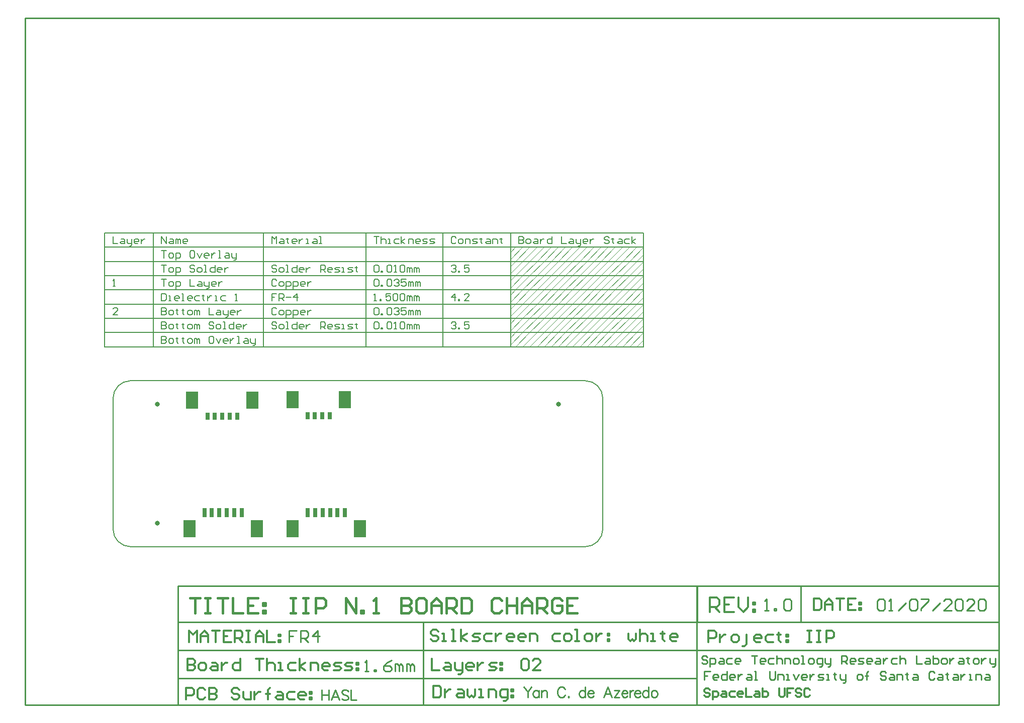
<source format=gbp>
G04*
G04 #@! TF.GenerationSoftware,Altium Limited,Altium Designer,20.2.6 (244)*
G04*
G04 Layer_Color=128*
%FSLAX25Y25*%
%MOIN*%
G70*
G04*
G04 #@! TF.SameCoordinates,3E3B523F-315C-4B3F-A4B6-921EA6806A06*
G04*
G04*
G04 #@! TF.FilePolarity,Positive*
G04*
G01*
G75*
%ADD10C,0.00787*%
%ADD11C,0.01000*%
%ADD14C,0.00100*%
%ADD15C,0.01299*%
%ADD16C,0.01378*%
%ADD17C,0.01575*%
%ADD18C,0.03200*%
%ADD31R,0.03150X0.06299*%
%ADD32R,0.08268X0.11811*%
%ADD33R,0.03150X0.05118*%
D10*
X324803Y98418D02*
G03*
X312985Y110236I-11818J0D01*
G01*
X313050Y0D02*
G03*
X324803Y11754I0J11754D01*
G01*
X0Y11663D02*
G03*
X11663Y0I11663J0D01*
G01*
X11793Y110236D02*
G03*
X0Y98443I0J-11793D01*
G01*
X12696Y110236D02*
X312985D01*
X324803Y11754D02*
Y98418D01*
X11663Y0D02*
X313050D01*
X0Y11663D02*
Y25591D01*
Y92520D01*
X11793Y110236D02*
X12696D01*
X0Y92520D02*
Y98443D01*
X-5607Y198819D02*
X351780D01*
X-5607Y208268D02*
X351780D01*
X-5607Y132677D02*
Y208268D01*
Y132677D02*
X26670D01*
X-5607Y142126D02*
X26670D01*
X-5607Y151575D02*
X26670D01*
X-5607Y161024D02*
X26670D01*
X-5607Y170473D02*
X26670D01*
X-5607Y179921D02*
X26670D01*
X-5607Y189370D02*
X26670D01*
Y132677D02*
Y208268D01*
Y132677D02*
X99878D01*
X26670Y142126D02*
X99878D01*
X26670Y151575D02*
X99878D01*
X26670Y161024D02*
X99878D01*
X26670Y170473D02*
X99878D01*
X26670Y179921D02*
X99878D01*
X26670Y189370D02*
X99878D01*
Y132677D02*
Y208268D01*
Y132677D02*
X167577D01*
X99878Y142126D02*
X167577D01*
X99878Y151575D02*
X167577D01*
X99878Y161024D02*
X167577D01*
X99878Y170473D02*
X167577D01*
X99878Y179921D02*
X167577D01*
X99878Y189370D02*
X167577D01*
Y132677D02*
Y208268D01*
Y132677D02*
X218745D01*
X167577Y142126D02*
X218745D01*
X167577Y151575D02*
X218745D01*
X167577Y161024D02*
X218745D01*
X167577Y170473D02*
X218745D01*
X167577Y179921D02*
X218745D01*
X167577Y189370D02*
X218745D01*
Y132677D02*
Y208268D01*
Y132677D02*
X263615D01*
X218745Y142126D02*
X263615D01*
X218745Y151575D02*
X263615D01*
X218745Y161024D02*
X263615D01*
X218745Y170473D02*
X263615D01*
X218745Y179921D02*
X263615D01*
X218745Y189370D02*
X263615D01*
Y132677D02*
Y208268D01*
Y132677D02*
X351780D01*
X263615Y142126D02*
X351780D01*
X263615Y151575D02*
X351780D01*
X263615Y161024D02*
X351780D01*
X263615Y170473D02*
X351780D01*
X263615Y179921D02*
X351780D01*
X263615Y189370D02*
X351780D01*
Y132677D02*
Y208268D01*
X-95Y205904D02*
Y201181D01*
X3054D01*
X5415Y204330D02*
X6990D01*
X7777Y203542D01*
Y201181D01*
X5415D01*
X4628Y201968D01*
X5415Y202755D01*
X7777D01*
X9351Y204330D02*
Y201968D01*
X10138Y201181D01*
X12500D01*
Y200394D01*
X11712Y199607D01*
X10925D01*
X12500Y201181D02*
Y204330D01*
X16435Y201181D02*
X14861D01*
X14074Y201968D01*
Y203542D01*
X14861Y204330D01*
X16435D01*
X17222Y203542D01*
Y202755D01*
X14074D01*
X18797Y204330D02*
Y201181D01*
Y202755D01*
X19584Y203542D01*
X20371Y204330D01*
X21158D01*
X3054Y153937D02*
X-95D01*
X3054Y157086D01*
Y157873D01*
X2267Y158660D01*
X692D01*
X-95Y157873D01*
Y172835D02*
X1480D01*
X692D01*
Y177558D01*
X-95Y176770D01*
X32182Y201181D02*
Y205904D01*
X35331Y201181D01*
Y205904D01*
X37692Y204330D02*
X39266D01*
X40053Y203542D01*
Y201181D01*
X37692D01*
X36905Y201968D01*
X37692Y202755D01*
X40053D01*
X41628Y201181D02*
Y204330D01*
X42415D01*
X43202Y203542D01*
Y201181D01*
Y203542D01*
X43989Y204330D01*
X44776Y203542D01*
Y201181D01*
X48712D02*
X47138D01*
X46350Y201968D01*
Y203542D01*
X47138Y204330D01*
X48712D01*
X49499Y203542D01*
Y202755D01*
X46350D01*
X32182Y139762D02*
Y135039D01*
X34543D01*
X35331Y135827D01*
Y136614D01*
X34543Y137401D01*
X32182D01*
X34543D01*
X35331Y138188D01*
Y138975D01*
X34543Y139762D01*
X32182D01*
X37692Y135039D02*
X39266D01*
X40053Y135827D01*
Y137401D01*
X39266Y138188D01*
X37692D01*
X36905Y137401D01*
Y135827D01*
X37692Y135039D01*
X42415Y138975D02*
Y138188D01*
X41628D01*
X43202D01*
X42415D01*
Y135827D01*
X43202Y135039D01*
X46350Y138975D02*
Y138188D01*
X45563D01*
X47138D01*
X46350D01*
Y135827D01*
X47138Y135039D01*
X50286D02*
X51861D01*
X52648Y135827D01*
Y137401D01*
X51861Y138188D01*
X50286D01*
X49499Y137401D01*
Y135827D01*
X50286Y135039D01*
X54222D02*
Y138188D01*
X55009D01*
X55796Y137401D01*
Y135039D01*
Y137401D01*
X56583Y138188D01*
X57371Y137401D01*
Y135039D01*
X66029Y139762D02*
X64455D01*
X63668Y138975D01*
Y135827D01*
X64455Y135039D01*
X66029D01*
X66816Y135827D01*
Y138975D01*
X66029Y139762D01*
X68391Y138188D02*
X69965Y135039D01*
X71539Y138188D01*
X75475Y135039D02*
X73901D01*
X73114Y135827D01*
Y137401D01*
X73901Y138188D01*
X75475D01*
X76262Y137401D01*
Y136614D01*
X73114D01*
X77836Y138188D02*
Y135039D01*
Y136614D01*
X78623Y137401D01*
X79411Y138188D01*
X80198D01*
X82559Y135039D02*
X84134D01*
X83346D01*
Y139762D01*
X82559D01*
X87282Y138188D02*
X88856D01*
X89644Y137401D01*
Y135039D01*
X87282D01*
X86495Y135827D01*
X87282Y136614D01*
X89644D01*
X91218Y138188D02*
Y135827D01*
X92005Y135039D01*
X94367D01*
Y134252D01*
X93579Y133465D01*
X92792D01*
X94367Y135039D02*
Y138188D01*
X32182Y149211D02*
Y144488D01*
X34543D01*
X35331Y145275D01*
Y146063D01*
X34543Y146850D01*
X32182D01*
X34543D01*
X35331Y147637D01*
Y148424D01*
X34543Y149211D01*
X32182D01*
X37692Y144488D02*
X39266D01*
X40053Y145275D01*
Y146850D01*
X39266Y147637D01*
X37692D01*
X36905Y146850D01*
Y145275D01*
X37692Y144488D01*
X42415Y148424D02*
Y147637D01*
X41628D01*
X43202D01*
X42415D01*
Y145275D01*
X43202Y144488D01*
X46350Y148424D02*
Y147637D01*
X45563D01*
X47138D01*
X46350D01*
Y145275D01*
X47138Y144488D01*
X50286D02*
X51861D01*
X52648Y145275D01*
Y146850D01*
X51861Y147637D01*
X50286D01*
X49499Y146850D01*
Y145275D01*
X50286Y144488D01*
X54222D02*
Y147637D01*
X55009D01*
X55796Y146850D01*
Y144488D01*
Y146850D01*
X56583Y147637D01*
X57371Y146850D01*
Y144488D01*
X66816Y148424D02*
X66029Y149211D01*
X64455D01*
X63668Y148424D01*
Y147637D01*
X64455Y146850D01*
X66029D01*
X66816Y146063D01*
Y145275D01*
X66029Y144488D01*
X64455D01*
X63668Y145275D01*
X69178Y144488D02*
X70752D01*
X71539Y145275D01*
Y146850D01*
X70752Y147637D01*
X69178D01*
X68391Y146850D01*
Y145275D01*
X69178Y144488D01*
X73114D02*
X74688D01*
X73901D01*
Y149211D01*
X73114D01*
X80198D02*
Y144488D01*
X77836D01*
X77049Y145275D01*
Y146850D01*
X77836Y147637D01*
X80198D01*
X84134Y144488D02*
X82559D01*
X81772Y145275D01*
Y146850D01*
X82559Y147637D01*
X84134D01*
X84921Y146850D01*
Y146063D01*
X81772D01*
X86495Y147637D02*
Y144488D01*
Y146063D01*
X87282Y146850D01*
X88069Y147637D01*
X88856D01*
X32182Y158660D02*
Y153937D01*
X34543D01*
X35331Y154724D01*
Y155511D01*
X34543Y156298D01*
X32182D01*
X34543D01*
X35331Y157086D01*
Y157873D01*
X34543Y158660D01*
X32182D01*
X37692Y153937D02*
X39266D01*
X40053Y154724D01*
Y156298D01*
X39266Y157086D01*
X37692D01*
X36905Y156298D01*
Y154724D01*
X37692Y153937D01*
X42415Y157873D02*
Y157086D01*
X41628D01*
X43202D01*
X42415D01*
Y154724D01*
X43202Y153937D01*
X46350Y157873D02*
Y157086D01*
X45563D01*
X47138D01*
X46350D01*
Y154724D01*
X47138Y153937D01*
X50286D02*
X51861D01*
X52648Y154724D01*
Y156298D01*
X51861Y157086D01*
X50286D01*
X49499Y156298D01*
Y154724D01*
X50286Y153937D01*
X54222D02*
Y157086D01*
X55009D01*
X55796Y156298D01*
Y153937D01*
Y156298D01*
X56583Y157086D01*
X57371Y156298D01*
Y153937D01*
X63668Y158660D02*
Y153937D01*
X66816D01*
X69178Y157086D02*
X70752D01*
X71539Y156298D01*
Y153937D01*
X69178D01*
X68391Y154724D01*
X69178Y155511D01*
X71539D01*
X73114Y157086D02*
Y154724D01*
X73901Y153937D01*
X76262D01*
Y153150D01*
X75475Y152363D01*
X74688D01*
X76262Y153937D02*
Y157086D01*
X80198Y153937D02*
X78623D01*
X77836Y154724D01*
Y156298D01*
X78623Y157086D01*
X80198D01*
X80985Y156298D01*
Y155511D01*
X77836D01*
X82559Y157086D02*
Y153937D01*
Y155511D01*
X83346Y156298D01*
X84134Y157086D01*
X84921D01*
X32182Y168109D02*
Y163386D01*
X34543D01*
X35331Y164173D01*
Y167322D01*
X34543Y168109D01*
X32182D01*
X36905Y163386D02*
X38479D01*
X37692D01*
Y166534D01*
X36905D01*
X43202Y163386D02*
X41628D01*
X40841Y164173D01*
Y165747D01*
X41628Y166534D01*
X43202D01*
X43989Y165747D01*
Y164960D01*
X40841D01*
X45563Y163386D02*
X47138D01*
X46350D01*
Y168109D01*
X45563D01*
X51861Y163386D02*
X50286D01*
X49499Y164173D01*
Y165747D01*
X50286Y166534D01*
X51861D01*
X52648Y165747D01*
Y164960D01*
X49499D01*
X57371Y166534D02*
X55009D01*
X54222Y165747D01*
Y164173D01*
X55009Y163386D01*
X57371D01*
X59732Y167322D02*
Y166534D01*
X58945D01*
X60519D01*
X59732D01*
Y164173D01*
X60519Y163386D01*
X62881Y166534D02*
Y163386D01*
Y164960D01*
X63668Y165747D01*
X64455Y166534D01*
X65242D01*
X67603Y163386D02*
X69178D01*
X68391D01*
Y166534D01*
X67603D01*
X74688D02*
X72326D01*
X71539Y165747D01*
Y164173D01*
X72326Y163386D01*
X74688D01*
X80985D02*
X82559D01*
X81772D01*
Y168109D01*
X80985Y167322D01*
X32182Y177558D02*
X35331D01*
X33756D01*
Y172835D01*
X37692D02*
X39266D01*
X40053Y173622D01*
Y175196D01*
X39266Y175983D01*
X37692D01*
X36905Y175196D01*
Y173622D01*
X37692Y172835D01*
X41628Y171260D02*
Y175983D01*
X43989D01*
X44776Y175196D01*
Y173622D01*
X43989Y172835D01*
X41628D01*
X51073Y177558D02*
Y172835D01*
X54222D01*
X56583Y175983D02*
X58158D01*
X58945Y175196D01*
Y172835D01*
X56583D01*
X55796Y173622D01*
X56583Y174409D01*
X58945D01*
X60519Y175983D02*
Y173622D01*
X61306Y172835D01*
X63668D01*
Y172047D01*
X62881Y171260D01*
X62093D01*
X63668Y172835D02*
Y175983D01*
X67603Y172835D02*
X66029D01*
X65242Y173622D01*
Y175196D01*
X66029Y175983D01*
X67603D01*
X68391Y175196D01*
Y174409D01*
X65242D01*
X69965Y175983D02*
Y172835D01*
Y174409D01*
X70752Y175196D01*
X71539Y175983D01*
X72326D01*
X32182Y187006D02*
X35331D01*
X33756D01*
Y182283D01*
X37692D02*
X39266D01*
X40053Y183071D01*
Y184645D01*
X39266Y185432D01*
X37692D01*
X36905Y184645D01*
Y183071D01*
X37692Y182283D01*
X41628Y180709D02*
Y185432D01*
X43989D01*
X44776Y184645D01*
Y183071D01*
X43989Y182283D01*
X41628D01*
X54222Y186219D02*
X53435Y187006D01*
X51860D01*
X51073Y186219D01*
Y185432D01*
X51860Y184645D01*
X53435D01*
X54222Y183858D01*
Y183071D01*
X53435Y182283D01*
X51860D01*
X51073Y183071D01*
X56583Y182283D02*
X58158D01*
X58945Y183071D01*
Y184645D01*
X58158Y185432D01*
X56583D01*
X55796Y184645D01*
Y183071D01*
X56583Y182283D01*
X60519D02*
X62093D01*
X61306D01*
Y187006D01*
X60519D01*
X67603D02*
Y182283D01*
X65242D01*
X64455Y183071D01*
Y184645D01*
X65242Y185432D01*
X67603D01*
X71539Y182283D02*
X69965D01*
X69178Y183071D01*
Y184645D01*
X69965Y185432D01*
X71539D01*
X72326Y184645D01*
Y183858D01*
X69178D01*
X73901Y185432D02*
Y182283D01*
Y183858D01*
X74688Y184645D01*
X75475Y185432D01*
X76262D01*
X32182Y196455D02*
X35331D01*
X33756D01*
Y191732D01*
X37692D02*
X39266D01*
X40053Y192519D01*
Y194094D01*
X39266Y194881D01*
X37692D01*
X36905Y194094D01*
Y192519D01*
X37692Y191732D01*
X41628Y190158D02*
Y194881D01*
X43989D01*
X44776Y194094D01*
Y192519D01*
X43989Y191732D01*
X41628D01*
X53435Y196455D02*
X51860D01*
X51073Y195668D01*
Y192519D01*
X51860Y191732D01*
X53435D01*
X54222Y192519D01*
Y195668D01*
X53435Y196455D01*
X55796Y194881D02*
X57371Y191732D01*
X58945Y194881D01*
X62881Y191732D02*
X61306D01*
X60519Y192519D01*
Y194094D01*
X61306Y194881D01*
X62881D01*
X63668Y194094D01*
Y193307D01*
X60519D01*
X65242Y194881D02*
Y191732D01*
Y193307D01*
X66029Y194094D01*
X66816Y194881D01*
X67603D01*
X69965Y191732D02*
X71539D01*
X70752D01*
Y196455D01*
X69965D01*
X74688Y194881D02*
X76262D01*
X77049Y194094D01*
Y191732D01*
X74688D01*
X73901Y192519D01*
X74688Y193307D01*
X77049D01*
X78623Y194881D02*
Y192519D01*
X79411Y191732D01*
X81772D01*
Y190945D01*
X80985Y190158D01*
X80198D01*
X81772Y191732D02*
Y194881D01*
X105390Y201181D02*
Y205904D01*
X106964Y204330D01*
X108539Y205904D01*
Y201181D01*
X110900Y204330D02*
X112474D01*
X113262Y203542D01*
Y201181D01*
X110900D01*
X110113Y201968D01*
X110900Y202755D01*
X113262D01*
X115623Y205117D02*
Y204330D01*
X114836D01*
X116410D01*
X115623D01*
Y201968D01*
X116410Y201181D01*
X121133D02*
X119559D01*
X118772Y201968D01*
Y203542D01*
X119559Y204330D01*
X121133D01*
X121920Y203542D01*
Y202755D01*
X118772D01*
X123495Y204330D02*
Y201181D01*
Y202755D01*
X124282Y203542D01*
X125069Y204330D01*
X125856D01*
X128217Y201181D02*
X129792D01*
X129005D01*
Y204330D01*
X128217D01*
X132940D02*
X134514D01*
X135302Y203542D01*
Y201181D01*
X132940D01*
X132153Y201968D01*
X132940Y202755D01*
X135302D01*
X136876Y201181D02*
X138450D01*
X137663D01*
Y205904D01*
X136876D01*
X108539Y148424D02*
X107752Y149211D01*
X106177D01*
X105390Y148424D01*
Y147637D01*
X106177Y146850D01*
X107752D01*
X108539Y146063D01*
Y145275D01*
X107752Y144488D01*
X106177D01*
X105390Y145275D01*
X110900Y144488D02*
X112474D01*
X113262Y145275D01*
Y146850D01*
X112474Y147637D01*
X110900D01*
X110113Y146850D01*
Y145275D01*
X110900Y144488D01*
X114836D02*
X116410D01*
X115623D01*
Y149211D01*
X114836D01*
X121920D02*
Y144488D01*
X119559D01*
X118772Y145275D01*
Y146850D01*
X119559Y147637D01*
X121920D01*
X125856Y144488D02*
X124282D01*
X123495Y145275D01*
Y146850D01*
X124282Y147637D01*
X125856D01*
X126643Y146850D01*
Y146063D01*
X123495D01*
X128217Y147637D02*
Y144488D01*
Y146063D01*
X129005Y146850D01*
X129792Y147637D01*
X130579D01*
X137663Y144488D02*
Y149211D01*
X140025D01*
X140812Y148424D01*
Y146850D01*
X140025Y146063D01*
X137663D01*
X139237D02*
X140812Y144488D01*
X144747D02*
X143173D01*
X142386Y145275D01*
Y146850D01*
X143173Y147637D01*
X144747D01*
X145535Y146850D01*
Y146063D01*
X142386D01*
X147109Y144488D02*
X149470D01*
X150258Y145275D01*
X149470Y146063D01*
X147896D01*
X147109Y146850D01*
X147896Y147637D01*
X150258D01*
X151832Y144488D02*
X153406D01*
X152619D01*
Y147637D01*
X151832D01*
X155768Y144488D02*
X158129D01*
X158916Y145275D01*
X158129Y146063D01*
X156555D01*
X155768Y146850D01*
X156555Y147637D01*
X158916D01*
X161277Y148424D02*
Y147637D01*
X160490D01*
X162065D01*
X161277D01*
Y145275D01*
X162065Y144488D01*
X108539Y157873D02*
X107752Y158660D01*
X106177D01*
X105390Y157873D01*
Y154724D01*
X106177Y153937D01*
X107752D01*
X108539Y154724D01*
X110900Y153937D02*
X112474D01*
X113262Y154724D01*
Y156298D01*
X112474Y157086D01*
X110900D01*
X110113Y156298D01*
Y154724D01*
X110900Y153937D01*
X114836Y152363D02*
Y157086D01*
X117197D01*
X117984Y156298D01*
Y154724D01*
X117197Y153937D01*
X114836D01*
X119559Y152363D02*
Y157086D01*
X121920D01*
X122707Y156298D01*
Y154724D01*
X121920Y153937D01*
X119559D01*
X126643D02*
X125069D01*
X124282Y154724D01*
Y156298D01*
X125069Y157086D01*
X126643D01*
X127430Y156298D01*
Y155511D01*
X124282D01*
X129005Y157086D02*
Y153937D01*
Y155511D01*
X129792Y156298D01*
X130579Y157086D01*
X131366D01*
X108539Y168109D02*
X105390D01*
Y165747D01*
X106964D01*
X105390D01*
Y163386D01*
X110113D02*
Y168109D01*
X112474D01*
X113262Y167322D01*
Y165747D01*
X112474Y164960D01*
X110113D01*
X111687D02*
X113262Y163386D01*
X114836Y165747D02*
X117984D01*
X121920Y163386D02*
Y168109D01*
X119559Y165747D01*
X122707D01*
X108539Y176770D02*
X107752Y177558D01*
X106177D01*
X105390Y176770D01*
Y173622D01*
X106177Y172835D01*
X107752D01*
X108539Y173622D01*
X110900Y172835D02*
X112474D01*
X113262Y173622D01*
Y175196D01*
X112474Y175983D01*
X110900D01*
X110113Y175196D01*
Y173622D01*
X110900Y172835D01*
X114836Y171260D02*
Y175983D01*
X117197D01*
X117984Y175196D01*
Y173622D01*
X117197Y172835D01*
X114836D01*
X119559Y171260D02*
Y175983D01*
X121920D01*
X122707Y175196D01*
Y173622D01*
X121920Y172835D01*
X119559D01*
X126643D02*
X125069D01*
X124282Y173622D01*
Y175196D01*
X125069Y175983D01*
X126643D01*
X127430Y175196D01*
Y174409D01*
X124282D01*
X129005Y175983D02*
Y172835D01*
Y174409D01*
X129792Y175196D01*
X130579Y175983D01*
X131366D01*
X108539Y186219D02*
X107752Y187006D01*
X106177D01*
X105390Y186219D01*
Y185432D01*
X106177Y184645D01*
X107752D01*
X108539Y183858D01*
Y183071D01*
X107752Y182283D01*
X106177D01*
X105390Y183071D01*
X110900Y182283D02*
X112474D01*
X113262Y183071D01*
Y184645D01*
X112474Y185432D01*
X110900D01*
X110113Y184645D01*
Y183071D01*
X110900Y182283D01*
X114836D02*
X116410D01*
X115623D01*
Y187006D01*
X114836D01*
X121920D02*
Y182283D01*
X119559D01*
X118772Y183071D01*
Y184645D01*
X119559Y185432D01*
X121920D01*
X125856Y182283D02*
X124282D01*
X123495Y183071D01*
Y184645D01*
X124282Y185432D01*
X125856D01*
X126643Y184645D01*
Y183858D01*
X123495D01*
X128217Y185432D02*
Y182283D01*
Y183858D01*
X129005Y184645D01*
X129792Y185432D01*
X130579D01*
X137663Y182283D02*
Y187006D01*
X140025D01*
X140812Y186219D01*
Y184645D01*
X140025Y183858D01*
X137663D01*
X139237D02*
X140812Y182283D01*
X144747D02*
X143173D01*
X142386Y183071D01*
Y184645D01*
X143173Y185432D01*
X144747D01*
X145535Y184645D01*
Y183858D01*
X142386D01*
X147109Y182283D02*
X149470D01*
X150258Y183071D01*
X149470Y183858D01*
X147896D01*
X147109Y184645D01*
X147896Y185432D01*
X150258D01*
X151832Y182283D02*
X153406D01*
X152619D01*
Y185432D01*
X151832D01*
X155768Y182283D02*
X158129D01*
X158916Y183071D01*
X158129Y183858D01*
X156555D01*
X155768Y184645D01*
X156555Y185432D01*
X158916D01*
X161277Y186219D02*
Y185432D01*
X160490D01*
X162065D01*
X161277D01*
Y183071D01*
X162065Y182283D01*
X173088Y205904D02*
X176237D01*
X174663D01*
Y201181D01*
X177811Y205904D02*
Y201181D01*
Y203542D01*
X178598Y204330D01*
X180173D01*
X180960Y203542D01*
Y201181D01*
X182534D02*
X184108D01*
X183321D01*
Y204330D01*
X182534D01*
X189618D02*
X187257D01*
X186470Y203542D01*
Y201968D01*
X187257Y201181D01*
X189618D01*
X191193D02*
Y205904D01*
Y202755D02*
X193554Y204330D01*
X191193Y202755D02*
X193554Y201181D01*
X195916D02*
Y204330D01*
X198277D01*
X199064Y203542D01*
Y201181D01*
X203000D02*
X201426D01*
X200638Y201968D01*
Y203542D01*
X201426Y204330D01*
X203000D01*
X203787Y203542D01*
Y202755D01*
X200638D01*
X205361Y201181D02*
X207723D01*
X208510Y201968D01*
X207723Y202755D01*
X206149D01*
X205361Y203542D01*
X206149Y204330D01*
X208510D01*
X210084Y201181D02*
X212446D01*
X213233Y201968D01*
X212446Y202755D01*
X210871D01*
X210084Y203542D01*
X210871Y204330D01*
X213233D01*
X173088Y148424D02*
X173875Y149211D01*
X175450D01*
X176237Y148424D01*
Y145275D01*
X175450Y144488D01*
X173875D01*
X173088Y145275D01*
Y148424D01*
X177811Y144488D02*
Y145275D01*
X178598D01*
Y144488D01*
X177811D01*
X181747Y148424D02*
X182534Y149211D01*
X184108D01*
X184896Y148424D01*
Y145275D01*
X184108Y144488D01*
X182534D01*
X181747Y145275D01*
Y148424D01*
X186470Y144488D02*
X188044D01*
X187257D01*
Y149211D01*
X186470Y148424D01*
X190405D02*
X191193Y149211D01*
X192767D01*
X193554Y148424D01*
Y145275D01*
X192767Y144488D01*
X191193D01*
X190405Y145275D01*
Y148424D01*
X195128Y144488D02*
Y147637D01*
X195916D01*
X196703Y146850D01*
Y144488D01*
Y146850D01*
X197490Y147637D01*
X198277Y146850D01*
Y144488D01*
X199851D02*
Y147637D01*
X200638D01*
X201426Y146850D01*
Y144488D01*
Y146850D01*
X202213Y147637D01*
X203000Y146850D01*
Y144488D01*
X173088Y157873D02*
X173875Y158660D01*
X175450D01*
X176237Y157873D01*
Y154724D01*
X175450Y153937D01*
X173875D01*
X173088Y154724D01*
Y157873D01*
X177811Y153937D02*
Y154724D01*
X178598D01*
Y153937D01*
X177811D01*
X181747Y157873D02*
X182534Y158660D01*
X184108D01*
X184896Y157873D01*
Y154724D01*
X184108Y153937D01*
X182534D01*
X181747Y154724D01*
Y157873D01*
X186470D02*
X187257Y158660D01*
X188831D01*
X189618Y157873D01*
Y157086D01*
X188831Y156298D01*
X188044D01*
X188831D01*
X189618Y155511D01*
Y154724D01*
X188831Y153937D01*
X187257D01*
X186470Y154724D01*
X194341Y158660D02*
X191193D01*
Y156298D01*
X192767Y157086D01*
X193554D01*
X194341Y156298D01*
Y154724D01*
X193554Y153937D01*
X191980D01*
X191193Y154724D01*
X195916Y153937D02*
Y157086D01*
X196703D01*
X197490Y156298D01*
Y153937D01*
Y156298D01*
X198277Y157086D01*
X199064Y156298D01*
Y153937D01*
X200638D02*
Y157086D01*
X201426D01*
X202213Y156298D01*
Y153937D01*
Y156298D01*
X203000Y157086D01*
X203787Y156298D01*
Y153937D01*
X173088Y163386D02*
X174663D01*
X173875D01*
Y168109D01*
X173088Y167322D01*
X177024Y163386D02*
Y164173D01*
X177811D01*
Y163386D01*
X177024D01*
X184108Y168109D02*
X180960D01*
Y165747D01*
X182534Y166534D01*
X183321D01*
X184108Y165747D01*
Y164173D01*
X183321Y163386D01*
X181747D01*
X180960Y164173D01*
X185683Y167322D02*
X186470Y168109D01*
X188044D01*
X188831Y167322D01*
Y164173D01*
X188044Y163386D01*
X186470D01*
X185683Y164173D01*
Y167322D01*
X190405D02*
X191193Y168109D01*
X192767D01*
X193554Y167322D01*
Y164173D01*
X192767Y163386D01*
X191193D01*
X190405Y164173D01*
Y167322D01*
X195128Y163386D02*
Y166534D01*
X195916D01*
X196703Y165747D01*
Y163386D01*
Y165747D01*
X197490Y166534D01*
X198277Y165747D01*
Y163386D01*
X199851D02*
Y166534D01*
X200638D01*
X201426Y165747D01*
Y163386D01*
Y165747D01*
X202213Y166534D01*
X203000Y165747D01*
Y163386D01*
X173088Y176770D02*
X173875Y177558D01*
X175450D01*
X176237Y176770D01*
Y173622D01*
X175450Y172835D01*
X173875D01*
X173088Y173622D01*
Y176770D01*
X177811Y172835D02*
Y173622D01*
X178598D01*
Y172835D01*
X177811D01*
X181747Y176770D02*
X182534Y177558D01*
X184108D01*
X184896Y176770D01*
Y173622D01*
X184108Y172835D01*
X182534D01*
X181747Y173622D01*
Y176770D01*
X186470D02*
X187257Y177558D01*
X188831D01*
X189618Y176770D01*
Y175983D01*
X188831Y175196D01*
X188044D01*
X188831D01*
X189618Y174409D01*
Y173622D01*
X188831Y172835D01*
X187257D01*
X186470Y173622D01*
X194341Y177558D02*
X191193D01*
Y175196D01*
X192767Y175983D01*
X193554D01*
X194341Y175196D01*
Y173622D01*
X193554Y172835D01*
X191980D01*
X191193Y173622D01*
X195916Y172835D02*
Y175983D01*
X196703D01*
X197490Y175196D01*
Y172835D01*
Y175196D01*
X198277Y175983D01*
X199064Y175196D01*
Y172835D01*
X200638D02*
Y175983D01*
X201426D01*
X202213Y175196D01*
Y172835D01*
Y175196D01*
X203000Y175983D01*
X203787Y175196D01*
Y172835D01*
X173088Y186219D02*
X173875Y187006D01*
X175450D01*
X176237Y186219D01*
Y183071D01*
X175450Y182283D01*
X173875D01*
X173088Y183071D01*
Y186219D01*
X177811Y182283D02*
Y183071D01*
X178598D01*
Y182283D01*
X177811D01*
X181747Y186219D02*
X182534Y187006D01*
X184108D01*
X184896Y186219D01*
Y183071D01*
X184108Y182283D01*
X182534D01*
X181747Y183071D01*
Y186219D01*
X186470Y182283D02*
X188044D01*
X187257D01*
Y187006D01*
X186470Y186219D01*
X190405D02*
X191193Y187006D01*
X192767D01*
X193554Y186219D01*
Y183071D01*
X192767Y182283D01*
X191193D01*
X190405Y183071D01*
Y186219D01*
X195128Y182283D02*
Y185432D01*
X195916D01*
X196703Y184645D01*
Y182283D01*
Y184645D01*
X197490Y185432D01*
X198277Y184645D01*
Y182283D01*
X199851D02*
Y185432D01*
X200638D01*
X201426Y184645D01*
Y182283D01*
Y184645D01*
X202213Y185432D01*
X203000Y184645D01*
Y182283D01*
X227405Y205117D02*
X226618Y205904D01*
X225044D01*
X224256Y205117D01*
Y201968D01*
X225044Y201181D01*
X226618D01*
X227405Y201968D01*
X229766Y201181D02*
X231341D01*
X232128Y201968D01*
Y203542D01*
X231341Y204330D01*
X229766D01*
X228979Y203542D01*
Y201968D01*
X229766Y201181D01*
X233702D02*
Y204330D01*
X236064D01*
X236851Y203542D01*
Y201181D01*
X238425D02*
X240787D01*
X241574Y201968D01*
X240787Y202755D01*
X239212D01*
X238425Y203542D01*
X239212Y204330D01*
X241574D01*
X243935Y205117D02*
Y204330D01*
X243148D01*
X244722D01*
X243935D01*
Y201968D01*
X244722Y201181D01*
X247871Y204330D02*
X249445D01*
X250232Y203542D01*
Y201181D01*
X247871D01*
X247084Y201968D01*
X247871Y202755D01*
X250232D01*
X251806Y201181D02*
Y204330D01*
X254168D01*
X254955Y203542D01*
Y201181D01*
X257317Y205117D02*
Y204330D01*
X256529D01*
X258104D01*
X257317D01*
Y201968D01*
X258104Y201181D01*
X224256Y148424D02*
X225044Y149211D01*
X226618D01*
X227405Y148424D01*
Y147637D01*
X226618Y146850D01*
X225831D01*
X226618D01*
X227405Y146063D01*
Y145275D01*
X226618Y144488D01*
X225044D01*
X224256Y145275D01*
X228979Y144488D02*
Y145275D01*
X229766D01*
Y144488D01*
X228979D01*
X236064Y149211D02*
X232915D01*
Y146850D01*
X234489Y147637D01*
X235277D01*
X236064Y146850D01*
Y145275D01*
X235277Y144488D01*
X233702D01*
X232915Y145275D01*
X226618Y163386D02*
Y168109D01*
X224256Y165747D01*
X227405D01*
X228979Y163386D02*
Y164173D01*
X229766D01*
Y163386D01*
X228979D01*
X236064D02*
X232915D01*
X236064Y166534D01*
Y167322D01*
X235277Y168109D01*
X233702D01*
X232915Y167322D01*
X224256Y186219D02*
X225044Y187006D01*
X226618D01*
X227405Y186219D01*
Y185432D01*
X226618Y184645D01*
X225831D01*
X226618D01*
X227405Y183858D01*
Y183071D01*
X226618Y182283D01*
X225044D01*
X224256Y183071D01*
X228979Y182283D02*
Y183071D01*
X229766D01*
Y182283D01*
X228979D01*
X236064Y187006D02*
X232915D01*
Y184645D01*
X234489Y185432D01*
X235277D01*
X236064Y184645D01*
Y183071D01*
X235277Y182283D01*
X233702D01*
X232915Y183071D01*
X269127Y205904D02*
Y201181D01*
X271489D01*
X272276Y201968D01*
Y202755D01*
X271489Y203542D01*
X269127D01*
X271489D01*
X272276Y204330D01*
Y205117D01*
X271489Y205904D01*
X269127D01*
X274637Y201181D02*
X276212D01*
X276999Y201968D01*
Y203542D01*
X276212Y204330D01*
X274637D01*
X273850Y203542D01*
Y201968D01*
X274637Y201181D01*
X279360Y204330D02*
X280935D01*
X281722Y203542D01*
Y201181D01*
X279360D01*
X278573Y201968D01*
X279360Y202755D01*
X281722D01*
X283296Y204330D02*
Y201181D01*
Y202755D01*
X284083Y203542D01*
X284870Y204330D01*
X285657D01*
X291167Y205904D02*
Y201181D01*
X288806D01*
X288019Y201968D01*
Y203542D01*
X288806Y204330D01*
X291167D01*
X297465Y205904D02*
Y201181D01*
X300613D01*
X302975Y204330D02*
X304549D01*
X305336Y203542D01*
Y201181D01*
X302975D01*
X302187Y201968D01*
X302975Y202755D01*
X305336D01*
X306910Y204330D02*
Y201968D01*
X307698Y201181D01*
X310059D01*
Y200394D01*
X309272Y199607D01*
X308485D01*
X310059Y201181D02*
Y204330D01*
X313995Y201181D02*
X312420D01*
X311633Y201968D01*
Y203542D01*
X312420Y204330D01*
X313995D01*
X314782Y203542D01*
Y202755D01*
X311633D01*
X316356Y204330D02*
Y201181D01*
Y202755D01*
X317143Y203542D01*
X317930Y204330D01*
X318718D01*
X328951Y205117D02*
X328163Y205904D01*
X326589D01*
X325802Y205117D01*
Y204330D01*
X326589Y203542D01*
X328163D01*
X328951Y202755D01*
Y201968D01*
X328163Y201181D01*
X326589D01*
X325802Y201968D01*
X331312Y205117D02*
Y204330D01*
X330525D01*
X332099D01*
X331312D01*
Y201968D01*
X332099Y201181D01*
X335248Y204330D02*
X336822D01*
X337609Y203542D01*
Y201181D01*
X335248D01*
X334460Y201968D01*
X335248Y202755D01*
X337609D01*
X342332Y204330D02*
X339970D01*
X339183Y203542D01*
Y201968D01*
X339970Y201181D01*
X342332D01*
X343906D02*
Y205904D01*
Y202755D02*
X346268Y204330D01*
X343906Y202755D02*
X346268Y201181D01*
D11*
X456091Y-49502D02*
Y-25886D01*
X387303Y-49559D02*
Y-25937D01*
X587402Y-104764D02*
Y350934D01*
X-58268Y-105118D02*
Y350934D01*
X587402D01*
X42913Y-25937D02*
X587095D01*
X43406Y-49895D02*
X586672Y-49895D01*
X43209Y-68645D02*
X587095Y-68645D01*
X387095Y-104724D02*
Y-26133D01*
X43209Y-87395D02*
X386811Y-87395D01*
X205845Y-104823D02*
Y-49895D01*
X42913Y-105118D02*
Y-25937D01*
X-58268Y-105118D02*
X587402D01*
X395898Y-82876D02*
X392224D01*
Y-85631D01*
X394061D01*
X392224D01*
Y-88386D01*
X400489D02*
X398653D01*
X397734Y-87467D01*
Y-85631D01*
X398653Y-84712D01*
X400489D01*
X401408Y-85631D01*
Y-86549D01*
X397734D01*
X406918Y-82876D02*
Y-88386D01*
X404163D01*
X403244Y-87467D01*
Y-85631D01*
X404163Y-84712D01*
X406918D01*
X411510Y-88386D02*
X409673D01*
X408754Y-87467D01*
Y-85631D01*
X409673Y-84712D01*
X411510D01*
X412428Y-85631D01*
Y-86549D01*
X408754D01*
X414264Y-84712D02*
Y-88386D01*
Y-86549D01*
X415183Y-85631D01*
X416101Y-84712D01*
X417020D01*
X420693D02*
X422530D01*
X423448Y-85631D01*
Y-88386D01*
X420693D01*
X419775Y-87467D01*
X420693Y-86549D01*
X423448D01*
X425285Y-88386D02*
X427121D01*
X426203D01*
Y-82876D01*
X425285D01*
X435386D02*
Y-87467D01*
X436305Y-88386D01*
X438141D01*
X439060Y-87467D01*
Y-82876D01*
X440896Y-88386D02*
Y-84712D01*
X443651D01*
X444570Y-85631D01*
Y-88386D01*
X446406D02*
X448243D01*
X447325D01*
Y-84712D01*
X446406D01*
X450998D02*
X452835Y-88386D01*
X454671Y-84712D01*
X459263Y-88386D02*
X457426D01*
X456508Y-87467D01*
Y-85631D01*
X457426Y-84712D01*
X459263D01*
X460181Y-85631D01*
Y-86549D01*
X456508D01*
X462018Y-84712D02*
Y-88386D01*
Y-86549D01*
X462936Y-85631D01*
X463855Y-84712D01*
X464773D01*
X467528Y-88386D02*
X470283D01*
X471202Y-87467D01*
X470283Y-86549D01*
X468446D01*
X467528Y-85631D01*
X468446Y-84712D01*
X471202D01*
X473038Y-88386D02*
X474875D01*
X473956D01*
Y-84712D01*
X473038D01*
X478548Y-83794D02*
Y-84712D01*
X477630D01*
X479467D01*
X478548D01*
Y-87467D01*
X479467Y-88386D01*
X482222Y-84712D02*
Y-87467D01*
X483140Y-88386D01*
X485895D01*
Y-89304D01*
X484977Y-90223D01*
X484058D01*
X485895Y-88386D02*
Y-84712D01*
X494160Y-88386D02*
X495997D01*
X496915Y-87467D01*
Y-85631D01*
X495997Y-84712D01*
X494160D01*
X493242Y-85631D01*
Y-87467D01*
X494160Y-88386D01*
X499670D02*
Y-83794D01*
Y-85631D01*
X498752D01*
X500588D01*
X499670D01*
Y-83794D01*
X500588Y-82876D01*
X512527Y-83794D02*
X511608Y-82876D01*
X509772D01*
X508853Y-83794D01*
Y-84712D01*
X509772Y-85631D01*
X511608D01*
X512527Y-86549D01*
Y-87467D01*
X511608Y-88386D01*
X509772D01*
X508853Y-87467D01*
X515282Y-84712D02*
X517118D01*
X518037Y-85631D01*
Y-88386D01*
X515282D01*
X514363Y-87467D01*
X515282Y-86549D01*
X518037D01*
X519873Y-88386D02*
Y-84712D01*
X522628D01*
X523547Y-85631D01*
Y-88386D01*
X526302Y-83794D02*
Y-84712D01*
X525384D01*
X527220D01*
X526302D01*
Y-87467D01*
X527220Y-88386D01*
X530894Y-84712D02*
X532730D01*
X533648Y-85631D01*
Y-88386D01*
X530894D01*
X529975Y-87467D01*
X530894Y-86549D01*
X533648D01*
X544669Y-83794D02*
X543750Y-82876D01*
X541914D01*
X540995Y-83794D01*
Y-87467D01*
X541914Y-88386D01*
X543750D01*
X544669Y-87467D01*
X547424Y-84712D02*
X549260D01*
X550179Y-85631D01*
Y-88386D01*
X547424D01*
X546505Y-87467D01*
X547424Y-86549D01*
X550179D01*
X552934Y-83794D02*
Y-84712D01*
X552015D01*
X553852D01*
X552934D01*
Y-87467D01*
X553852Y-88386D01*
X557525Y-84712D02*
X559362D01*
X560280Y-85631D01*
Y-88386D01*
X557525D01*
X556607Y-87467D01*
X557525Y-86549D01*
X560280D01*
X562117Y-84712D02*
Y-88386D01*
Y-86549D01*
X563035Y-85631D01*
X563954Y-84712D01*
X564872D01*
X567627Y-88386D02*
X569464D01*
X568545D01*
Y-84712D01*
X567627D01*
X572219Y-88386D02*
Y-84712D01*
X574974D01*
X575892Y-85631D01*
Y-88386D01*
X578647Y-84712D02*
X580484D01*
X581402Y-85631D01*
Y-88386D01*
X578647D01*
X577729Y-87467D01*
X578647Y-86549D01*
X581402D01*
X394028Y-73263D02*
X393109Y-72344D01*
X391273D01*
X390354Y-73263D01*
Y-74181D01*
X391273Y-75099D01*
X393109D01*
X394028Y-76018D01*
Y-76936D01*
X393109Y-77854D01*
X391273D01*
X390354Y-76936D01*
X395864Y-79691D02*
Y-74181D01*
X398619D01*
X399538Y-75099D01*
Y-76936D01*
X398619Y-77854D01*
X395864D01*
X402293Y-74181D02*
X404129D01*
X405048Y-75099D01*
Y-77854D01*
X402293D01*
X401374Y-76936D01*
X402293Y-76018D01*
X405048D01*
X410558Y-74181D02*
X407803D01*
X406884Y-75099D01*
Y-76936D01*
X407803Y-77854D01*
X410558D01*
X415149D02*
X413313D01*
X412394Y-76936D01*
Y-75099D01*
X413313Y-74181D01*
X415149D01*
X416068Y-75099D01*
Y-76018D01*
X412394D01*
X423415Y-72344D02*
X427088D01*
X425251D01*
Y-77854D01*
X431680D02*
X429843D01*
X428925Y-76936D01*
Y-75099D01*
X429843Y-74181D01*
X431680D01*
X432598Y-75099D01*
Y-76018D01*
X428925D01*
X438108Y-74181D02*
X435353D01*
X434435Y-75099D01*
Y-76936D01*
X435353Y-77854D01*
X438108D01*
X439945Y-72344D02*
Y-77854D01*
Y-75099D01*
X440863Y-74181D01*
X442700D01*
X443618Y-75099D01*
Y-77854D01*
X445455D02*
Y-74181D01*
X448210D01*
X449128Y-75099D01*
Y-77854D01*
X451883D02*
X453720D01*
X454638Y-76936D01*
Y-75099D01*
X453720Y-74181D01*
X451883D01*
X450965Y-75099D01*
Y-76936D01*
X451883Y-77854D01*
X456475D02*
X458311D01*
X457393D01*
Y-72344D01*
X456475D01*
X461985Y-77854D02*
X463821D01*
X464740Y-76936D01*
Y-75099D01*
X463821Y-74181D01*
X461985D01*
X461066Y-75099D01*
Y-76936D01*
X461985Y-77854D01*
X468413Y-79691D02*
X469331D01*
X470250Y-78773D01*
Y-74181D01*
X467495D01*
X466576Y-75099D01*
Y-76936D01*
X467495Y-77854D01*
X470250D01*
X472086Y-74181D02*
Y-76936D01*
X473005Y-77854D01*
X475760D01*
Y-78773D01*
X474841Y-79691D01*
X473923D01*
X475760Y-77854D02*
Y-74181D01*
X483107Y-77854D02*
Y-72344D01*
X485861D01*
X486780Y-73263D01*
Y-75099D01*
X485861Y-76018D01*
X483107D01*
X484943D02*
X486780Y-77854D01*
X491371D02*
X489535D01*
X488617Y-76936D01*
Y-75099D01*
X489535Y-74181D01*
X491371D01*
X492290Y-75099D01*
Y-76018D01*
X488617D01*
X494127Y-77854D02*
X496882D01*
X497800Y-76936D01*
X496882Y-76018D01*
X495045D01*
X494127Y-75099D01*
X495045Y-74181D01*
X497800D01*
X502392Y-77854D02*
X500555D01*
X499637Y-76936D01*
Y-75099D01*
X500555Y-74181D01*
X502392D01*
X503310Y-75099D01*
Y-76018D01*
X499637D01*
X506065Y-74181D02*
X507902D01*
X508820Y-75099D01*
Y-77854D01*
X506065D01*
X505147Y-76936D01*
X506065Y-76018D01*
X508820D01*
X510657Y-74181D02*
Y-77854D01*
Y-76018D01*
X511575Y-75099D01*
X512493Y-74181D01*
X513412D01*
X519840D02*
X517085D01*
X516167Y-75099D01*
Y-76936D01*
X517085Y-77854D01*
X519840D01*
X521677Y-72344D02*
Y-77854D01*
Y-75099D01*
X522595Y-74181D01*
X524432D01*
X525350Y-75099D01*
Y-77854D01*
X532697Y-72344D02*
Y-77854D01*
X536370D01*
X539125Y-74181D02*
X540962D01*
X541880Y-75099D01*
Y-77854D01*
X539125D01*
X538207Y-76936D01*
X539125Y-76018D01*
X541880D01*
X543717Y-72344D02*
Y-77854D01*
X546472D01*
X547390Y-76936D01*
Y-76018D01*
Y-75099D01*
X546472Y-74181D01*
X543717D01*
X550145Y-77854D02*
X551982D01*
X552900Y-76936D01*
Y-75099D01*
X551982Y-74181D01*
X550145D01*
X549227Y-75099D01*
Y-76936D01*
X550145Y-77854D01*
X554737Y-74181D02*
Y-77854D01*
Y-76018D01*
X555655Y-75099D01*
X556574Y-74181D01*
X557492D01*
X561165D02*
X563002D01*
X563920Y-75099D01*
Y-77854D01*
X561165D01*
X560247Y-76936D01*
X561165Y-76018D01*
X563920D01*
X566675Y-73263D02*
Y-74181D01*
X565757D01*
X567594D01*
X566675D01*
Y-76936D01*
X567594Y-77854D01*
X571267D02*
X573104D01*
X574022Y-76936D01*
Y-75099D01*
X573104Y-74181D01*
X571267D01*
X570349Y-75099D01*
Y-76936D01*
X571267Y-77854D01*
X575859Y-74181D02*
Y-77854D01*
Y-76018D01*
X576777Y-75099D01*
X577695Y-74181D01*
X578614D01*
X581369D02*
Y-76936D01*
X582287Y-77854D01*
X585042D01*
Y-78773D01*
X584124Y-79691D01*
X583205D01*
X585042Y-77854D02*
Y-74181D01*
X506791Y-36023D02*
X508051Y-34763D01*
X510571D01*
X511831Y-36023D01*
Y-41063D01*
X510571Y-42323D01*
X508051D01*
X506791Y-41063D01*
Y-36023D01*
X514351Y-42323D02*
X516871D01*
X515611D01*
Y-34763D01*
X514351Y-36023D01*
X520651Y-42323D02*
X525692Y-37283D01*
X528211Y-36023D02*
X529471Y-34763D01*
X531991D01*
X533252Y-36023D01*
Y-41063D01*
X531991Y-42323D01*
X529471D01*
X528211Y-41063D01*
Y-36023D01*
X535772Y-34763D02*
X540812D01*
Y-36023D01*
X535772Y-41063D01*
Y-42323D01*
X543332D02*
X548372Y-37283D01*
X555932Y-42323D02*
X550892D01*
X555932Y-37283D01*
Y-36023D01*
X554672Y-34763D01*
X552152D01*
X550892Y-36023D01*
X558452D02*
X559712Y-34763D01*
X562232D01*
X563492Y-36023D01*
Y-41063D01*
X562232Y-42323D01*
X559712D01*
X558452Y-41063D01*
Y-36023D01*
X571052Y-42323D02*
X566012D01*
X571052Y-37283D01*
Y-36023D01*
X569792Y-34763D01*
X567272D01*
X566012Y-36023D01*
X573572D02*
X574832Y-34763D01*
X577352D01*
X578612Y-36023D01*
Y-41063D01*
X577352Y-42323D01*
X574832D01*
X573572Y-41063D01*
Y-36023D01*
X432185Y-42323D02*
X434705D01*
X433445D01*
Y-34763D01*
X432185Y-36023D01*
X438485Y-42323D02*
Y-41063D01*
X439745D01*
Y-42323D01*
X438485D01*
X444785Y-36023D02*
X446045Y-34763D01*
X448565D01*
X449825Y-36023D01*
Y-41063D01*
X448565Y-42323D01*
X446045D01*
X444785Y-41063D01*
Y-36023D01*
X121840Y-55721D02*
X116800D01*
Y-59501D01*
X119320D01*
X116800D01*
Y-63281D01*
X124360D02*
Y-55721D01*
X128140D01*
X129400Y-56981D01*
Y-59501D01*
X128140Y-60761D01*
X124360D01*
X126880D02*
X129400Y-63281D01*
X135700D02*
Y-55721D01*
X131920Y-59501D01*
X136960D01*
X166929Y-82874D02*
X169449D01*
X168189D01*
Y-75314D01*
X166929Y-76574D01*
X173229Y-82874D02*
Y-81614D01*
X174489D01*
Y-82874D01*
X173229D01*
X184569Y-75314D02*
X182049Y-76574D01*
X179529Y-79094D01*
Y-81614D01*
X180789Y-82874D01*
X183309D01*
X184569Y-81614D01*
Y-80354D01*
X183309Y-79094D01*
X179529D01*
X187089Y-82874D02*
Y-77834D01*
X188349D01*
X189609Y-79094D01*
Y-82874D01*
Y-79094D01*
X190869Y-77834D01*
X192129Y-79094D01*
Y-82874D01*
X194649D02*
Y-77834D01*
X195909D01*
X197169Y-79094D01*
Y-82874D01*
Y-79094D01*
X198429Y-77834D01*
X199689Y-79094D01*
Y-82874D01*
X272342Y-93090D02*
X274937Y-96334D01*
Y-99902D01*
X277532Y-93090D02*
X274937Y-96334D01*
X282300Y-95361D02*
Y-99902D01*
Y-96334D02*
X281651Y-95685D01*
X281002Y-95361D01*
X280029D01*
X279381Y-95685D01*
X278732Y-96334D01*
X278408Y-97307D01*
Y-97956D01*
X278732Y-98929D01*
X279381Y-99577D01*
X280029Y-99902D01*
X281002D01*
X281651Y-99577D01*
X282300Y-98929D01*
X284116Y-95361D02*
Y-99902D01*
Y-96658D02*
X285089Y-95685D01*
X285738Y-95361D01*
X286711D01*
X287359Y-95685D01*
X287684Y-96658D01*
Y-99902D01*
X299684Y-94712D02*
X299360Y-94064D01*
X298711Y-93415D01*
X298062Y-93090D01*
X296765D01*
X296116Y-93415D01*
X295468Y-94064D01*
X295143Y-94712D01*
X294819Y-95685D01*
Y-97307D01*
X295143Y-98280D01*
X295468Y-98929D01*
X296116Y-99577D01*
X296765Y-99902D01*
X298062D01*
X298711Y-99577D01*
X299360Y-98929D01*
X299684Y-98280D01*
X301922Y-99253D02*
X301598Y-99577D01*
X301922Y-99902D01*
X302246Y-99577D01*
X301922Y-99253D01*
X312982Y-93090D02*
Y-99902D01*
Y-96334D02*
X312333Y-95685D01*
X311684Y-95361D01*
X310711D01*
X310063Y-95685D01*
X309414Y-96334D01*
X309090Y-97307D01*
Y-97956D01*
X309414Y-98929D01*
X310063Y-99577D01*
X310711Y-99902D01*
X311684D01*
X312333Y-99577D01*
X312982Y-98929D01*
X314798Y-97307D02*
X318690D01*
Y-96658D01*
X318366Y-96010D01*
X318041Y-95685D01*
X317393Y-95361D01*
X316420D01*
X315771Y-95685D01*
X315122Y-96334D01*
X314798Y-97307D01*
Y-97956D01*
X315122Y-98929D01*
X315771Y-99577D01*
X316420Y-99902D01*
X317393D01*
X318041Y-99577D01*
X318690Y-98929D01*
X330690Y-99902D02*
X328096Y-93090D01*
X325501Y-99902D01*
X326474Y-97631D02*
X329717D01*
X335847Y-95361D02*
X332280Y-99902D01*
Y-95361D02*
X335847D01*
X332280Y-99902D02*
X335847D01*
X337274Y-97307D02*
X341166D01*
Y-96658D01*
X340842Y-96010D01*
X340518Y-95685D01*
X339869Y-95361D01*
X338896D01*
X338247Y-95685D01*
X337599Y-96334D01*
X337274Y-97307D01*
Y-97956D01*
X337599Y-98929D01*
X338247Y-99577D01*
X338896Y-99902D01*
X339869D01*
X340518Y-99577D01*
X341166Y-98929D01*
X342626Y-95361D02*
Y-99902D01*
Y-97307D02*
X342950Y-96334D01*
X343599Y-95685D01*
X344248Y-95361D01*
X345221D01*
X345837Y-97307D02*
X349729D01*
Y-96658D01*
X349405Y-96010D01*
X349080Y-95685D01*
X348432Y-95361D01*
X347459D01*
X346810Y-95685D01*
X346161Y-96334D01*
X345837Y-97307D01*
Y-97956D01*
X346161Y-98929D01*
X346810Y-99577D01*
X347459Y-99902D01*
X348432D01*
X349080Y-99577D01*
X349729Y-98929D01*
X355080Y-93090D02*
Y-99902D01*
Y-96334D02*
X354432Y-95685D01*
X353783Y-95361D01*
X352810D01*
X352161Y-95685D01*
X351513Y-96334D01*
X351188Y-97307D01*
Y-97956D01*
X351513Y-98929D01*
X352161Y-99577D01*
X352810Y-99902D01*
X353783D01*
X354432Y-99577D01*
X355080Y-98929D01*
X358518Y-95361D02*
X357870Y-95685D01*
X357221Y-96334D01*
X356897Y-97307D01*
Y-97956D01*
X357221Y-98929D01*
X357870Y-99577D01*
X358518Y-99902D01*
X359491D01*
X360140Y-99577D01*
X360789Y-98929D01*
X361113Y-97956D01*
Y-97307D01*
X360789Y-96334D01*
X360140Y-95685D01*
X359491Y-95361D01*
X358518D01*
X138386Y-95059D02*
Y-101870D01*
X142927Y-95059D02*
Y-101870D01*
X138386Y-98302D02*
X142927D01*
X149997Y-101870D02*
X147402Y-95059D01*
X144808Y-101870D01*
X145781Y-99600D02*
X149024D01*
X156127Y-96032D02*
X155478Y-95383D01*
X154505Y-95059D01*
X153208D01*
X152235Y-95383D01*
X151586Y-96032D01*
Y-96681D01*
X151911Y-97329D01*
X152235Y-97654D01*
X152884Y-97978D01*
X154830Y-98627D01*
X155478Y-98951D01*
X155803Y-99275D01*
X156127Y-99924D01*
Y-100897D01*
X155478Y-101546D01*
X154505Y-101870D01*
X153208D01*
X152235Y-101546D01*
X151586Y-100897D01*
X157651Y-95059D02*
Y-101870D01*
X161543D01*
D14*
X347055Y132677D02*
X351780Y137402D01*
X342331Y132677D02*
X351780Y142126D01*
X337606Y132677D02*
X347055Y142126D01*
X332882Y132677D02*
X342331Y142126D01*
X328157Y132677D02*
X337606Y142126D01*
X323433Y132677D02*
X332882Y142126D01*
X318709Y132677D02*
X328157Y142126D01*
X313984Y132677D02*
X323433Y142126D01*
X309260Y132677D02*
X318709Y142126D01*
X304535Y132677D02*
X313984Y142126D01*
X299811Y132677D02*
X309260Y142126D01*
X295087Y132677D02*
X304535Y142126D01*
X290362Y132677D02*
X299811Y142126D01*
X285638Y132677D02*
X295087Y142126D01*
X280913Y132677D02*
X290362Y142126D01*
X276189Y132677D02*
X285638Y142126D01*
X271465Y132677D02*
X280913Y142126D01*
X266740Y132677D02*
X276189Y142126D01*
X263615Y134277D02*
X271464Y142126D01*
X263615Y139001D02*
X266740Y142126D01*
X347055D02*
X351780Y146850D01*
X342331Y142126D02*
X351780Y151575D01*
X337606Y142126D02*
X347055Y151575D01*
X332882Y142126D02*
X342331Y151575D01*
X328157Y142126D02*
X337606Y151575D01*
X323433Y142126D02*
X332882Y151575D01*
X318709Y142126D02*
X328157Y151575D01*
X313984Y142126D02*
X323433Y151575D01*
X309260Y142126D02*
X318709Y151575D01*
X304535Y142126D02*
X313984Y151575D01*
X299811Y142126D02*
X309260Y151575D01*
X295087Y142126D02*
X304535Y151575D01*
X290362Y142126D02*
X299811Y151575D01*
X285638Y142126D02*
X295087Y151575D01*
X280913Y142126D02*
X290362Y151575D01*
X276189Y142126D02*
X285638Y151575D01*
X271465Y142126D02*
X280913Y151575D01*
X266740Y142126D02*
X276189Y151575D01*
X263615Y143726D02*
X271464Y151575D01*
X263615Y148450D02*
X266740Y151575D01*
X347055D02*
X351780Y156299D01*
X342331Y151575D02*
X351780Y161024D01*
X337606Y151575D02*
X347055Y161024D01*
X332882Y151575D02*
X342331Y161024D01*
X328157Y151575D02*
X337606Y161024D01*
X323433Y151575D02*
X332882Y161024D01*
X318709Y151575D02*
X328157Y161024D01*
X313984Y151575D02*
X323433Y161024D01*
X309260Y151575D02*
X318709Y161024D01*
X304535Y151575D02*
X313984Y161024D01*
X299811Y151575D02*
X309260Y161024D01*
X295087Y151575D02*
X304535Y161024D01*
X290362Y151575D02*
X299811Y161024D01*
X285638Y151575D02*
X295087Y161024D01*
X280913Y151575D02*
X290362Y161024D01*
X276189Y151575D02*
X285638Y161024D01*
X271465Y151575D02*
X280913Y161024D01*
X266740Y151575D02*
X276189Y161024D01*
X263615Y153175D02*
X271464Y161024D01*
X263615Y157899D02*
X266740Y161024D01*
X347055D02*
X351780Y165748D01*
X342331Y161024D02*
X351780Y170473D01*
X337606Y161024D02*
X347055Y170473D01*
X332882Y161024D02*
X342331Y170473D01*
X328157Y161024D02*
X337606Y170473D01*
X323433Y161024D02*
X332882Y170473D01*
X318709Y161024D02*
X328157Y170473D01*
X313984Y161024D02*
X323433Y170473D01*
X309260Y161024D02*
X318709Y170473D01*
X304535Y161024D02*
X313984Y170473D01*
X299811Y161024D02*
X309260Y170473D01*
X295087Y161024D02*
X304535Y170473D01*
X290362Y161024D02*
X299811Y170473D01*
X285638Y161024D02*
X295087Y170473D01*
X280913Y161024D02*
X290362Y170473D01*
X276189Y161024D02*
X285638Y170473D01*
X271465Y161024D02*
X280913Y170473D01*
X266740Y161024D02*
X276189Y170473D01*
X263615Y162623D02*
X271464Y170473D01*
X263615Y167348D02*
X266740Y170473D01*
X347055D02*
X351780Y175197D01*
X342331Y170473D02*
X351780Y179921D01*
X337606Y170473D02*
X347055Y179921D01*
X332882Y170473D02*
X342331Y179921D01*
X328157Y170473D02*
X337606Y179921D01*
X323433Y170473D02*
X332882Y179921D01*
X318709Y170473D02*
X328157Y179921D01*
X313984Y170473D02*
X323433Y179921D01*
X309260Y170473D02*
X318709Y179921D01*
X304535Y170473D02*
X313984Y179921D01*
X299811Y170473D02*
X309260Y179921D01*
X295087Y170473D02*
X304535Y179921D01*
X290362Y170473D02*
X299811Y179921D01*
X285638Y170473D02*
X295087Y179921D01*
X280913Y170473D02*
X290362Y179921D01*
X276189Y170473D02*
X285638Y179921D01*
X271465Y170473D02*
X280913Y179921D01*
X266740Y170473D02*
X276189Y179921D01*
X263615Y172072D02*
X271464Y179921D01*
X263615Y176797D02*
X266740Y179921D01*
X347055D02*
X351780Y184646D01*
X342331Y179921D02*
X351780Y189370D01*
X337606Y179921D02*
X347055Y189370D01*
X332882Y179921D02*
X342331Y189370D01*
X328157Y179921D02*
X337606Y189370D01*
X323433Y179921D02*
X332882Y189370D01*
X318709Y179921D02*
X328157Y189370D01*
X313984Y179921D02*
X323433Y189370D01*
X309260Y179921D02*
X318709Y189370D01*
X304535Y179921D02*
X313984Y189370D01*
X299811Y179921D02*
X309260Y189370D01*
X295087Y179921D02*
X304535Y189370D01*
X290362Y179921D02*
X299811Y189370D01*
X285638Y179921D02*
X295087Y189370D01*
X280913Y179921D02*
X290362Y189370D01*
X276189Y179921D02*
X285638Y189370D01*
X271465Y179921D02*
X280913Y189370D01*
X266740Y179921D02*
X276189Y189370D01*
X263615Y181521D02*
X271464Y189370D01*
X263615Y186246D02*
X266740Y189370D01*
X347055D02*
X351780Y194095D01*
X342331Y189370D02*
X351780Y198819D01*
X337606Y189370D02*
X347055Y198819D01*
X332882Y189370D02*
X342331Y198819D01*
X328157Y189370D02*
X337606Y198819D01*
X323433Y189370D02*
X332882Y198819D01*
X318709Y189370D02*
X328157Y198819D01*
X313984Y189370D02*
X323433Y198819D01*
X309260Y189370D02*
X318709Y198819D01*
X304535Y189370D02*
X313984Y198819D01*
X299811Y189370D02*
X309260Y198819D01*
X295087Y189370D02*
X304535Y198819D01*
X290362Y189370D02*
X299811Y198819D01*
X285638Y189370D02*
X295087Y198819D01*
X280913Y189370D02*
X290362Y198819D01*
X276189Y189370D02*
X285638Y198819D01*
X271465Y189370D02*
X280913Y198819D01*
X266740Y189370D02*
X276189Y198819D01*
X263615Y190970D02*
X271464Y198819D01*
X263615Y195694D02*
X266740Y198819D01*
D15*
X395799Y-95113D02*
X394881Y-94195D01*
X393044D01*
X392126Y-95113D01*
Y-96031D01*
X393044Y-96950D01*
X394881D01*
X395799Y-97868D01*
Y-98786D01*
X394881Y-99705D01*
X393044D01*
X392126Y-98786D01*
X397636Y-101541D02*
Y-96031D01*
X400391D01*
X401309Y-96950D01*
Y-98786D01*
X400391Y-99705D01*
X397636D01*
X404064Y-96031D02*
X405901D01*
X406819Y-96950D01*
Y-99705D01*
X404064D01*
X403146Y-98786D01*
X404064Y-97868D01*
X406819D01*
X412329Y-96031D02*
X409574D01*
X408656Y-96950D01*
Y-98786D01*
X409574Y-99705D01*
X412329D01*
X416921D02*
X415085D01*
X414166Y-98786D01*
Y-96950D01*
X415085Y-96031D01*
X416921D01*
X417839Y-96950D01*
Y-97868D01*
X414166D01*
X419676Y-94195D02*
Y-99705D01*
X423350D01*
X426104Y-96031D02*
X427941D01*
X428860Y-96950D01*
Y-99705D01*
X426104D01*
X425186Y-98786D01*
X426104Y-97868D01*
X428860D01*
X430696Y-94195D02*
Y-99705D01*
X433451D01*
X434370Y-98786D01*
Y-97868D01*
Y-96950D01*
X433451Y-96031D01*
X430696D01*
X441716Y-94195D02*
Y-98786D01*
X442635Y-99705D01*
X444471D01*
X445390Y-98786D01*
Y-94195D01*
X450900D02*
X447226D01*
Y-96950D01*
X449063D01*
X447226D01*
Y-99705D01*
X456410Y-95113D02*
X455491Y-94195D01*
X453655D01*
X452736Y-95113D01*
Y-96031D01*
X453655Y-96950D01*
X455491D01*
X456410Y-97868D01*
Y-98786D01*
X455491Y-99705D01*
X453655D01*
X452736Y-98786D01*
X461920Y-95113D02*
X461001Y-94195D01*
X459165D01*
X458246Y-95113D01*
Y-98786D01*
X459165Y-99705D01*
X461001D01*
X461920Y-98786D01*
D16*
X394882Y-63386D02*
Y-55826D01*
X398662D01*
X399922Y-57086D01*
Y-59606D01*
X398662Y-60866D01*
X394882D01*
X402442Y-58346D02*
Y-63386D01*
Y-60866D01*
X403702Y-59606D01*
X404962Y-58346D01*
X406222D01*
X411262Y-63386D02*
X413782D01*
X415042Y-62126D01*
Y-59606D01*
X413782Y-58346D01*
X411262D01*
X410002Y-59606D01*
Y-62126D01*
X411262Y-63386D01*
X417562Y-65906D02*
X418822D01*
X420082Y-64646D01*
Y-58346D01*
X428902Y-63386D02*
X426382D01*
X425122Y-62126D01*
Y-59606D01*
X426382Y-58346D01*
X428902D01*
X430162Y-59606D01*
Y-60866D01*
X425122D01*
X437722Y-58346D02*
X433942D01*
X432682Y-59606D01*
Y-62126D01*
X433942Y-63386D01*
X437722D01*
X441502Y-57086D02*
Y-58346D01*
X440242D01*
X442762D01*
X441502D01*
Y-62126D01*
X442762Y-63386D01*
X446542Y-58346D02*
X447802D01*
Y-59606D01*
X446542D01*
Y-58346D01*
Y-62126D02*
X447802D01*
Y-63386D01*
X446542D01*
Y-62126D01*
X460402Y-55826D02*
X462922D01*
X461662D01*
Y-63386D01*
X460402D01*
X462922D01*
X466703Y-55826D02*
X469222D01*
X467963D01*
Y-63386D01*
X466703D01*
X469222D01*
X473002D02*
Y-55826D01*
X476783D01*
X478043Y-57086D01*
Y-59606D01*
X476783Y-60866D01*
X473002D01*
X48524Y-101378D02*
Y-93818D01*
X52304D01*
X53564Y-95078D01*
Y-97598D01*
X52304Y-98858D01*
X48524D01*
X61124Y-95078D02*
X59864Y-93818D01*
X57344D01*
X56084Y-95078D01*
Y-100118D01*
X57344Y-101378D01*
X59864D01*
X61124Y-100118D01*
X63644Y-93818D02*
Y-101378D01*
X67424D01*
X68684Y-100118D01*
Y-98858D01*
X67424Y-97598D01*
X63644D01*
X67424D01*
X68684Y-96338D01*
Y-95078D01*
X67424Y-93818D01*
X63644D01*
X83804Y-95078D02*
X82544Y-93818D01*
X80024D01*
X78764Y-95078D01*
Y-96338D01*
X80024Y-97598D01*
X82544D01*
X83804Y-98858D01*
Y-100118D01*
X82544Y-101378D01*
X80024D01*
X78764Y-100118D01*
X86324Y-96338D02*
Y-100118D01*
X87584Y-101378D01*
X91364D01*
Y-96338D01*
X93884D02*
Y-101378D01*
Y-98858D01*
X95144Y-97598D01*
X96404Y-96338D01*
X97664D01*
X102704Y-101378D02*
Y-95078D01*
Y-97598D01*
X101444D01*
X103964D01*
X102704D01*
Y-95078D01*
X103964Y-93818D01*
X109004Y-96338D02*
X111524D01*
X112784Y-97598D01*
Y-101378D01*
X109004D01*
X107744Y-100118D01*
X109004Y-98858D01*
X112784D01*
X120344Y-96338D02*
X116564D01*
X115304Y-97598D01*
Y-100118D01*
X116564Y-101378D01*
X120344D01*
X126644D02*
X124124D01*
X122864Y-100118D01*
Y-97598D01*
X124124Y-96338D01*
X126644D01*
X127904Y-97598D01*
Y-98858D01*
X122864D01*
X130424Y-96338D02*
X131684D01*
Y-97598D01*
X130424D01*
Y-96338D01*
Y-100118D02*
X131684D01*
Y-101378D01*
X130424D01*
Y-100118D01*
X395768Y-43259D02*
Y-33762D01*
X400516D01*
X402099Y-35345D01*
Y-38511D01*
X400516Y-40094D01*
X395768D01*
X398933D02*
X402099Y-43259D01*
X411596Y-33762D02*
X405265D01*
Y-43259D01*
X411596D01*
X405265Y-38511D02*
X408430D01*
X414762Y-33762D02*
Y-40094D01*
X417927Y-43259D01*
X421093Y-40094D01*
Y-33762D01*
X424259Y-36928D02*
X425841D01*
Y-38511D01*
X424259D01*
Y-36928D01*
Y-41677D02*
X425841D01*
Y-43259D01*
X424259D01*
Y-41677D01*
X464567Y-34468D02*
Y-42028D01*
X468347D01*
X469607Y-40767D01*
Y-35728D01*
X468347Y-34468D01*
X464567D01*
X472127Y-42028D02*
Y-36988D01*
X474647Y-34468D01*
X477167Y-36988D01*
Y-42028D01*
Y-38247D01*
X472127D01*
X479687Y-34468D02*
X484727D01*
X482207D01*
Y-42028D01*
X492287Y-34468D02*
X487247D01*
Y-42028D01*
X492287D01*
X487247Y-38247D02*
X489767D01*
X494807Y-36988D02*
X496067D01*
Y-38247D01*
X494807D01*
Y-36988D01*
Y-40767D02*
X496067D01*
Y-42028D01*
X494807D01*
Y-40767D01*
X50550Y-63281D02*
Y-55721D01*
X53070Y-58241D01*
X55590Y-55721D01*
Y-63281D01*
X58110D02*
Y-58241D01*
X60630Y-55721D01*
X63150Y-58241D01*
Y-63281D01*
Y-59501D01*
X58110D01*
X65670Y-55721D02*
X70710D01*
X68190D01*
Y-63281D01*
X78270Y-55721D02*
X73230D01*
Y-63281D01*
X78270D01*
X73230Y-59501D02*
X75750D01*
X80790Y-63281D02*
Y-55721D01*
X84570D01*
X85830Y-56981D01*
Y-59501D01*
X84570Y-60761D01*
X80790D01*
X83310D02*
X85830Y-63281D01*
X88350Y-55721D02*
X90870D01*
X89610D01*
Y-63281D01*
X88350D01*
X90870D01*
X94650D02*
Y-58241D01*
X97170Y-55721D01*
X99690Y-58241D01*
Y-63281D01*
Y-59501D01*
X94650D01*
X102210Y-55721D02*
Y-63281D01*
X107250D01*
X109770Y-58241D02*
X111030D01*
Y-59501D01*
X109770D01*
Y-58241D01*
Y-62021D02*
X111030D01*
Y-63281D01*
X109770D01*
Y-62021D01*
X212500Y-92342D02*
Y-99902D01*
X216280D01*
X217540Y-98642D01*
Y-93602D01*
X216280Y-92342D01*
X212500D01*
X220060Y-94862D02*
Y-99902D01*
Y-97382D01*
X221320Y-96122D01*
X222580Y-94862D01*
X223840D01*
X228880D02*
X231400D01*
X232660Y-96122D01*
Y-99902D01*
X228880D01*
X227620Y-98642D01*
X228880Y-97382D01*
X232660D01*
X235180Y-94862D02*
Y-98642D01*
X236440Y-99902D01*
X237700Y-98642D01*
X238960Y-99902D01*
X240220Y-98642D01*
Y-94862D01*
X242740Y-99902D02*
X245260D01*
X244000D01*
Y-94862D01*
X242740D01*
X249040Y-99902D02*
Y-94862D01*
X252820D01*
X254080Y-96122D01*
Y-99902D01*
X259120Y-102422D02*
X260380D01*
X261640Y-101162D01*
Y-94862D01*
X257860D01*
X256600Y-96122D01*
Y-98642D01*
X257860Y-99902D01*
X261640D01*
X264160Y-94862D02*
X265420D01*
Y-96122D01*
X264160D01*
Y-94862D01*
Y-98642D02*
X265420D01*
Y-99902D01*
X264160D01*
Y-98642D01*
X215768Y-56397D02*
X214508Y-55137D01*
X211988D01*
X210728Y-56397D01*
Y-57657D01*
X211988Y-58917D01*
X214508D01*
X215768Y-60177D01*
Y-61437D01*
X214508Y-62697D01*
X211988D01*
X210728Y-61437D01*
X218288Y-62697D02*
X220808D01*
X219548D01*
Y-57657D01*
X218288D01*
X224588Y-62697D02*
X227109D01*
X225849D01*
Y-55137D01*
X224588D01*
X230889Y-62697D02*
Y-55137D01*
Y-60177D02*
X234668Y-57657D01*
X230889Y-60177D02*
X234668Y-62697D01*
X238449D02*
X242229D01*
X243489Y-61437D01*
X242229Y-60177D01*
X239709D01*
X238449Y-58917D01*
X239709Y-57657D01*
X243489D01*
X251049D02*
X247269D01*
X246009Y-58917D01*
Y-61437D01*
X247269Y-62697D01*
X251049D01*
X253569Y-57657D02*
Y-62697D01*
Y-60177D01*
X254829Y-58917D01*
X256089Y-57657D01*
X257349D01*
X264909Y-62697D02*
X262389D01*
X261129Y-61437D01*
Y-58917D01*
X262389Y-57657D01*
X264909D01*
X266169Y-58917D01*
Y-60177D01*
X261129D01*
X272469Y-62697D02*
X269949D01*
X268689Y-61437D01*
Y-58917D01*
X269949Y-57657D01*
X272469D01*
X273729Y-58917D01*
Y-60177D01*
X268689D01*
X276249Y-62697D02*
Y-57657D01*
X280029D01*
X281289Y-58917D01*
Y-62697D01*
X296409Y-57657D02*
X292629D01*
X291369Y-58917D01*
Y-61437D01*
X292629Y-62697D01*
X296409D01*
X300189D02*
X302709D01*
X303969Y-61437D01*
Y-58917D01*
X302709Y-57657D01*
X300189D01*
X298929Y-58917D01*
Y-61437D01*
X300189Y-62697D01*
X306489D02*
X309009D01*
X307749D01*
Y-55137D01*
X306489D01*
X314049Y-62697D02*
X316569D01*
X317829Y-61437D01*
Y-58917D01*
X316569Y-57657D01*
X314049D01*
X312789Y-58917D01*
Y-61437D01*
X314049Y-62697D01*
X320349Y-57657D02*
Y-62697D01*
Y-60177D01*
X321609Y-58917D01*
X322869Y-57657D01*
X324129D01*
X327909D02*
X329169D01*
Y-58917D01*
X327909D01*
Y-57657D01*
Y-61437D02*
X329169D01*
Y-62697D01*
X327909D01*
Y-61437D01*
X341769Y-57657D02*
Y-61437D01*
X343029Y-62697D01*
X344289Y-61437D01*
X345549Y-62697D01*
X346809Y-61437D01*
Y-57657D01*
X349329Y-55137D02*
Y-62697D01*
Y-58917D01*
X350589Y-57657D01*
X353110D01*
X354369Y-58917D01*
Y-62697D01*
X356890D02*
X359409D01*
X358150D01*
Y-57657D01*
X356890D01*
X364450Y-56397D02*
Y-57657D01*
X363190D01*
X365710D01*
X364450D01*
Y-61437D01*
X365710Y-62697D01*
X373270D02*
X370750D01*
X369490Y-61437D01*
Y-58917D01*
X370750Y-57657D01*
X373270D01*
X374530Y-58917D01*
Y-60177D01*
X369490D01*
X49270Y-74471D02*
Y-82031D01*
X53050D01*
X54310Y-80771D01*
Y-79511D01*
X53050Y-78251D01*
X49270D01*
X53050D01*
X54310Y-76991D01*
Y-75731D01*
X53050Y-74471D01*
X49270D01*
X58090Y-82031D02*
X60610D01*
X61870Y-80771D01*
Y-78251D01*
X60610Y-76991D01*
X58090D01*
X56830Y-78251D01*
Y-80771D01*
X58090Y-82031D01*
X65650Y-76991D02*
X68170D01*
X69431Y-78251D01*
Y-82031D01*
X65650D01*
X64390Y-80771D01*
X65650Y-79511D01*
X69431D01*
X71951Y-76991D02*
Y-82031D01*
Y-79511D01*
X73211Y-78251D01*
X74471Y-76991D01*
X75731D01*
X84551Y-74471D02*
Y-82031D01*
X80771D01*
X79511Y-80771D01*
Y-78251D01*
X80771Y-76991D01*
X84551D01*
X94631Y-74471D02*
X99671D01*
X97151D01*
Y-82031D01*
X102191Y-74471D02*
Y-82031D01*
Y-78251D01*
X103451Y-76991D01*
X105971D01*
X107231Y-78251D01*
Y-82031D01*
X109751D02*
X112271D01*
X111011D01*
Y-76991D01*
X109751D01*
X121091D02*
X117311D01*
X116051Y-78251D01*
Y-80771D01*
X117311Y-82031D01*
X121091D01*
X123611D02*
Y-74471D01*
Y-79511D02*
X127391Y-76991D01*
X123611Y-79511D02*
X127391Y-82031D01*
X131171D02*
Y-76991D01*
X134951D01*
X136211Y-78251D01*
Y-82031D01*
X142511D02*
X139991D01*
X138731Y-80771D01*
Y-78251D01*
X139991Y-76991D01*
X142511D01*
X143771Y-78251D01*
Y-79511D01*
X138731D01*
X146291Y-82031D02*
X150071D01*
X151331Y-80771D01*
X150071Y-79511D01*
X147551D01*
X146291Y-78251D01*
X147551Y-76991D01*
X151331D01*
X153851Y-82031D02*
X157631D01*
X158891Y-80771D01*
X157631Y-79511D01*
X155111D01*
X153851Y-78251D01*
X155111Y-76991D01*
X158891D01*
X161411D02*
X162671D01*
Y-78251D01*
X161411D01*
Y-76991D01*
Y-80771D02*
X162671D01*
Y-82031D01*
X161411D01*
Y-80771D01*
X211516Y-74527D02*
Y-82087D01*
X216556D01*
X220336Y-77047D02*
X222856D01*
X224116Y-78307D01*
Y-82087D01*
X220336D01*
X219076Y-80827D01*
X220336Y-79567D01*
X224116D01*
X226636Y-77047D02*
Y-80827D01*
X227896Y-82087D01*
X231676D01*
Y-83347D01*
X230416Y-84607D01*
X229156D01*
X231676Y-82087D02*
Y-77047D01*
X237976Y-82087D02*
X235456D01*
X234196Y-80827D01*
Y-78307D01*
X235456Y-77047D01*
X237976D01*
X239236Y-78307D01*
Y-79567D01*
X234196D01*
X241756Y-77047D02*
Y-82087D01*
Y-79567D01*
X243016Y-78307D01*
X244276Y-77047D01*
X245536D01*
X249316Y-82087D02*
X253096D01*
X254356Y-80827D01*
X253096Y-79567D01*
X250576D01*
X249316Y-78307D01*
X250576Y-77047D01*
X254356D01*
X256876D02*
X258136D01*
Y-78307D01*
X256876D01*
Y-77047D01*
Y-80827D02*
X258136D01*
Y-82087D01*
X256876D01*
Y-80827D01*
X270736Y-75787D02*
X271996Y-74527D01*
X274516D01*
X275776Y-75787D01*
Y-80827D01*
X274516Y-82087D01*
X271996D01*
X270736Y-80827D01*
Y-75787D01*
X283336Y-82087D02*
X278296D01*
X283336Y-77047D01*
Y-75787D01*
X282076Y-74527D01*
X279556D01*
X278296Y-75787D01*
D17*
X51181Y-33952D02*
X57846D01*
X54513D01*
Y-43948D01*
X61178Y-33952D02*
X64510D01*
X62844D01*
Y-43948D01*
X61178D01*
X64510D01*
X69508Y-33952D02*
X76173D01*
X72841D01*
Y-43948D01*
X79505Y-33952D02*
Y-43948D01*
X86170D01*
X96167Y-33952D02*
X89502D01*
Y-43948D01*
X96167D01*
X89502Y-38950D02*
X92834D01*
X99499Y-37284D02*
X101165D01*
Y-38950D01*
X99499D01*
Y-37284D01*
Y-42282D02*
X101165D01*
Y-43948D01*
X99499D01*
Y-42282D01*
X117826Y-33952D02*
X121159D01*
X119492D01*
Y-43948D01*
X117826D01*
X121159D01*
X126157Y-33952D02*
X129489D01*
X127823D01*
Y-43948D01*
X126157D01*
X129489D01*
X134487D02*
Y-33952D01*
X139486D01*
X141152Y-35618D01*
Y-38950D01*
X139486Y-40616D01*
X134487D01*
X154481Y-43948D02*
Y-33952D01*
X161146Y-43948D01*
Y-33952D01*
X164478Y-43948D02*
Y-42282D01*
X166144D01*
Y-43948D01*
X164478D01*
X172809D02*
X176141D01*
X174475D01*
Y-33952D01*
X172809Y-35618D01*
X191136Y-33952D02*
Y-43948D01*
X196134D01*
X197800Y-42282D01*
Y-40616D01*
X196134Y-38950D01*
X191136D01*
X196134D01*
X197800Y-37284D01*
Y-35618D01*
X196134Y-33952D01*
X191136D01*
X206131D02*
X202799D01*
X201133Y-35618D01*
Y-42282D01*
X202799Y-43948D01*
X206131D01*
X207797Y-42282D01*
Y-35618D01*
X206131Y-33952D01*
X211129Y-43948D02*
Y-37284D01*
X214462Y-33952D01*
X217794Y-37284D01*
Y-43948D01*
Y-38950D01*
X211129D01*
X221126Y-43948D02*
Y-33952D01*
X226125D01*
X227791Y-35618D01*
Y-38950D01*
X226125Y-40616D01*
X221126D01*
X224458D02*
X227791Y-43948D01*
X231123Y-33952D02*
Y-43948D01*
X236121D01*
X237788Y-42282D01*
Y-35618D01*
X236121Y-33952D01*
X231123D01*
X257781Y-35618D02*
X256115Y-33952D01*
X252783D01*
X251116Y-35618D01*
Y-42282D01*
X252783Y-43948D01*
X256115D01*
X257781Y-42282D01*
X261113Y-33952D02*
Y-43948D01*
Y-38950D01*
X267778D01*
Y-33952D01*
Y-43948D01*
X271110D02*
Y-37284D01*
X274442Y-33952D01*
X277775Y-37284D01*
Y-43948D01*
Y-38950D01*
X271110D01*
X281107Y-43948D02*
Y-33952D01*
X286105D01*
X287771Y-35618D01*
Y-38950D01*
X286105Y-40616D01*
X281107D01*
X284439D02*
X287771Y-43948D01*
X297768Y-35618D02*
X296102Y-33952D01*
X292770D01*
X291104Y-35618D01*
Y-42282D01*
X292770Y-43948D01*
X296102D01*
X297768Y-42282D01*
Y-38950D01*
X294436D01*
X307765Y-33952D02*
X301100D01*
Y-43948D01*
X307765D01*
X301100Y-38950D02*
X304433D01*
D18*
X29528Y15748D02*
D03*
X29528Y94488D02*
D03*
X295276D02*
D03*
D31*
X134055Y22638D02*
D03*
X153740D02*
D03*
X148819D02*
D03*
X143898D02*
D03*
X138976D02*
D03*
X129134D02*
D03*
X60630Y22638D02*
D03*
X70472D02*
D03*
X75394D02*
D03*
X80315D02*
D03*
X85236D02*
D03*
X65551D02*
D03*
D32*
X163779Y11811D02*
D03*
X119095D02*
D03*
X50591Y11811D02*
D03*
X95276D02*
D03*
X52559Y97411D02*
D03*
X92323D02*
D03*
X153740Y97638D02*
D03*
X118898D02*
D03*
D33*
X62598Y86584D02*
D03*
X67520D02*
D03*
X72441D02*
D03*
X77362D02*
D03*
X82284D02*
D03*
X143701Y86811D02*
D03*
X138779D02*
D03*
X133858D02*
D03*
X128937D02*
D03*
M02*

</source>
